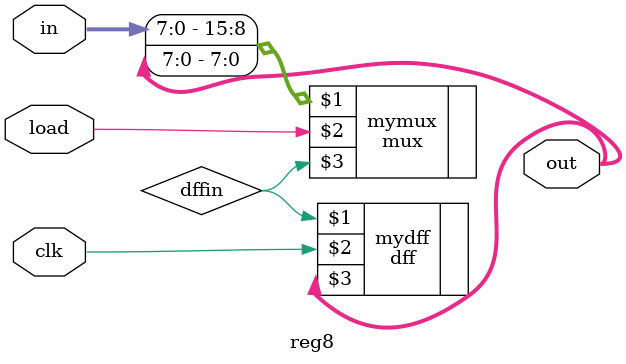
<source format=v>
module reg8( 
input [7:0] in, 
input clk,
input load,
output reg [7:0] out);

wire muxout;
wire dffin;

mux mymux({in,out},load,dffin);
dff mydff(dffin,clk,out);

endmodule

</source>
